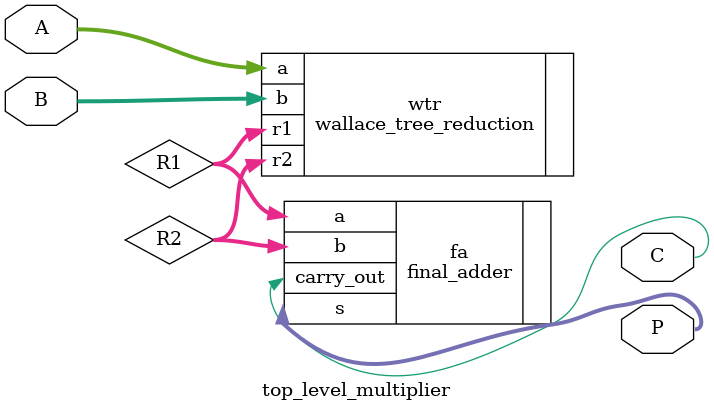
<source format=sv>
module top_level_multiplier(A, B, P, C);
	
	input logic [4:0] A, B;
	output logic [9:0] P;
	output logic C;
	
	wire [9:0] R1, R2;
	wallace_tree_reduction wtr(.a(A), .b(B), .r1(R1), .r2(R2));
	final_adder fa(.a(R1), .b(R2), .s(P), .carry_out(C));
	
endmodule 

</source>
